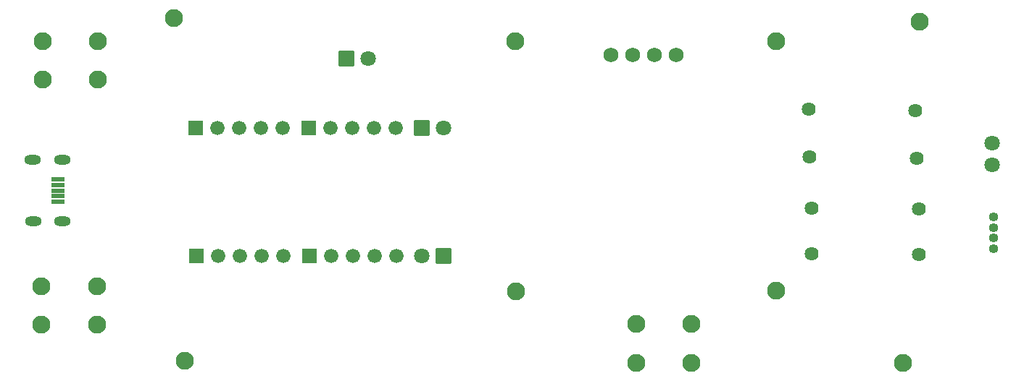
<source format=gts>
G04 Layer: TopSolderMaskLayer*
G04 EasyEDA v6.5.51, 2026-01-08 14:15:24*
G04 8ef0b08dc1df4c4d9fe98ab44df64a74,135c0aa5003143b9a617c0a099cfb315,10*
G04 Gerber Generator version 0.2*
G04 Scale: 100 percent, Rotated: No, Reflected: No *
G04 Dimensions in millimeters *
G04 leading zeros omitted , absolute positions ,4 integer and 5 decimal *
%FSLAX45Y45*%
%MOMM*%

%AMMACRO1*4,1,8,-0.8085,-0.8382,-0.8382,-0.8082,-0.8382,0.8085,-0.8085,0.8382,0.8082,0.8382,0.8382,0.8085,0.8382,-0.8082,0.8082,-0.8382,-0.8085,-0.8382,0*%
%AMMACRO2*4,1,8,-0.871,-0.9007,-0.9007,-0.8707,-0.9007,0.871,-0.871,0.9007,0.8707,0.9007,0.9007,0.871,0.9007,-0.8707,0.8707,-0.9007,-0.871,-0.9007,0*%
%AMMACRO3*4,1,8,-0.871,-0.9008,-0.9007,-0.8708,-0.9007,0.8711,-0.871,0.9008,0.8707,0.9008,0.9007,0.8711,0.9007,-0.8708,0.8707,-0.9008,-0.871,-0.9008,0*%
%AMMACRO4*4,1,8,-0.7211,-0.2508,-0.7508,-0.2209,-0.7508,0.2211,-0.7211,0.2508,0.7209,0.2508,0.7508,0.2211,0.7508,-0.2209,0.7209,-0.2508,-0.7211,-0.2508,0*%
%AMMACRO5*4,1,8,-0.7211,-0.2507,-0.7508,-0.2207,-0.7508,0.221,-0.7211,0.2507,0.7209,0.2507,0.7508,0.221,0.7508,-0.2207,0.7209,-0.2507,-0.7211,-0.2507,0*%
%ADD10C,1.6764*%
%ADD11MACRO1*%
%ADD12MACRO2*%
%ADD13C,1.8016*%
%ADD14MACRO3*%
%ADD15C,2.1016*%
%ADD16O,1.101598X1.101598*%
%ADD17C,1.7516*%
%ADD18C,1.8032*%
%ADD19C,0.0124*%
%ADD20C,1.6256*%
%ADD21MACRO4*%
%ADD22MACRO5*%
%ADD23O,1.951609X1.151611*%

%LPD*%
D10*
G01*
X3556000Y2616200D03*
G01*
X3302000Y2616200D03*
G01*
X3048000Y2616200D03*
G01*
X2794000Y2616200D03*
D11*
G01*
X2540000Y2616200D03*
D10*
G01*
X2235200Y2616200D03*
G01*
X1981200Y2616200D03*
G01*
X1727200Y2616200D03*
G01*
X1473200Y2616200D03*
D11*
G01*
X1219200Y2616200D03*
D10*
G01*
X2247900Y1117600D03*
G01*
X1993900Y1117600D03*
G01*
X1739900Y1117600D03*
G01*
X1485900Y1117600D03*
D11*
G01*
X1231900Y1117600D03*
D10*
G01*
X3568700Y1117600D03*
G01*
X3314700Y1117600D03*
G01*
X3060700Y1117600D03*
G01*
X2806700Y1117600D03*
D11*
G01*
X2552700Y1117600D03*
D12*
G01*
X4114800Y1117600D03*
D13*
G01*
X3860800Y1117600D03*
D14*
G01*
X3860800Y2616187D03*
D13*
G01*
X4114800Y2616200D03*
D14*
G01*
X2984500Y3428987D03*
D13*
G01*
X3238500Y3429000D03*
D15*
G01*
X-566293Y3178606D03*
G01*
X83693Y3178606D03*
G01*
X83693Y3628593D03*
G01*
X-566293Y3628593D03*
G01*
X-578993Y308406D03*
G01*
X70993Y308406D03*
G01*
X70993Y758393D03*
G01*
X-578993Y758393D03*
G01*
X6367906Y-136093D03*
G01*
X7017893Y-136093D03*
G01*
X7017893Y313893D03*
G01*
X6367906Y313893D03*
D16*
G01*
X10541000Y1571802D03*
G01*
X10541000Y1446809D03*
G01*
X10541000Y1196797D03*
G01*
X10541000Y1321790D03*
D17*
G01*
X6832600Y3467227D03*
G01*
X6578600Y3467227D03*
G01*
X6324600Y3467227D03*
G01*
X6070600Y3466972D03*
D18*
G01*
X10528300Y2438400D03*
G01*
X10528300Y2184400D03*
D20*
G01*
X8382000Y2832100D03*
G01*
X9632010Y2819400D03*
G01*
X8394700Y2273300D03*
G01*
X9644710Y2260600D03*
G01*
X8420100Y1676400D03*
G01*
X9670110Y1663700D03*
G01*
X8420100Y1143000D03*
G01*
X9670110Y1130300D03*
D15*
G01*
X9677400Y3860800D03*
G01*
X1092200Y-114300D03*
G01*
X965200Y3898900D03*
G01*
X9486900Y-139700D03*
G01*
X4953000Y3632200D03*
G01*
X8001000Y3632200D03*
G01*
X4965700Y698500D03*
G01*
X8001000Y711200D03*
D21*
G01*
X-385495Y2009609D03*
G01*
X-385495Y1944611D03*
D22*
G01*
X-385495Y1879600D03*
D21*
G01*
X-385495Y1814588D03*
G01*
X-385495Y1749590D03*
D23*
G01*
X-680491Y2237079D03*
G01*
X-335508Y1522095D03*
G01*
X-675512Y1522095D03*
G01*
X-335508Y2237079D03*
M02*

</source>
